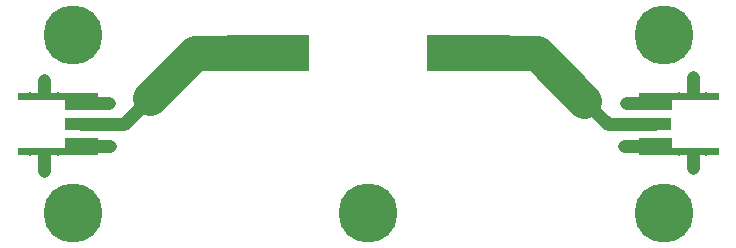
<source format=gtl>
G04*
G04 #@! TF.GenerationSoftware,Altium Limited,Altium Designer,21.4.1 (30)*
G04*
G04 Layer_Physical_Order=1*
G04 Layer_Color=255*
%FSLAX25Y25*%
%MOIN*%
G70*
G04*
G04 #@! TF.SameCoordinates,DE3D3837-1171-46BA-834C-E1CE419D22AE*
G04*
G04*
G04 #@! TF.FilePolarity,Positive*
G04*
G01*
G75*
%ADD10R,0.11024X0.04331*%
%ADD11R,0.01000X0.01000*%
%ADD15C,0.11811*%
%ADD16C,0.04331*%
%ADD17C,0.19685*%
%ADD18C,0.02756*%
%ADD19C,0.02795*%
G36*
X16909Y41339D02*
Y44685D01*
X27972D01*
Y38976D01*
X1201D01*
Y41339D01*
X16909D01*
D02*
G37*
G36*
Y57284D02*
Y53740D01*
X27972D01*
Y59449D01*
X1201D01*
Y57284D01*
X16909D01*
D02*
G37*
G36*
X98425Y66929D02*
X70866D01*
Y78740D01*
X98425D01*
Y66929D01*
D02*
G37*
G36*
X165354D02*
X137795D01*
Y78740D01*
X165354D01*
Y66929D01*
D02*
G37*
G36*
X219311Y41142D02*
Y44685D01*
X208248D01*
Y38976D01*
X235020D01*
Y41142D01*
X219311D01*
D02*
G37*
G36*
Y57087D02*
Y53740D01*
X208248D01*
Y59449D01*
X235020D01*
Y57087D01*
X219311D01*
D02*
G37*
D10*
X22461Y56299D02*
D03*
Y42126D02*
D03*
Y49213D02*
D03*
X213760Y49213D02*
D03*
Y56299D02*
D03*
Y42126D02*
D03*
D11*
X14547Y38976D02*
D03*
X5492D02*
D03*
Y59449D02*
D03*
X14547D02*
D03*
X221673Y38976D02*
D03*
X230728D02*
D03*
Y59449D02*
D03*
X221673D02*
D03*
D15*
X165354Y72835D02*
X174240D01*
X45500Y58000D02*
X60315Y72815D01*
X71822D01*
X174240Y72835D02*
X190075Y57000D01*
D16*
X197862Y49213D02*
X213760D01*
X190075Y57000D02*
X197862Y49213D01*
X211201Y42126D02*
X213760D01*
X211201Y41832D02*
Y42126D01*
X203484Y41832D02*
X211201D01*
X203955Y56299D02*
X213760D01*
X203943Y56288D02*
X203955Y56299D01*
X22461Y49213D02*
X36713D01*
X45500Y58000D01*
X22461Y56299D02*
X31799D01*
X25799Y42000D02*
X32000D01*
X25000Y41201D02*
X25799Y42000D01*
X226220Y34425D02*
Y38626D01*
Y59724D02*
Y64925D01*
X10000Y33500D02*
Y38701D01*
Y59799D02*
Y64000D01*
D17*
X19685Y78740D02*
D03*
X216535D02*
D03*
Y19685D02*
D03*
X118110D02*
D03*
X19685D02*
D03*
D18*
X203484Y41832D02*
D03*
X203943Y56288D02*
D03*
X32000Y42000D02*
D03*
X226220Y34425D02*
D03*
Y64925D02*
D03*
X10000Y33500D02*
D03*
Y64000D02*
D03*
D19*
X31799Y56299D02*
D03*
M02*

</source>
